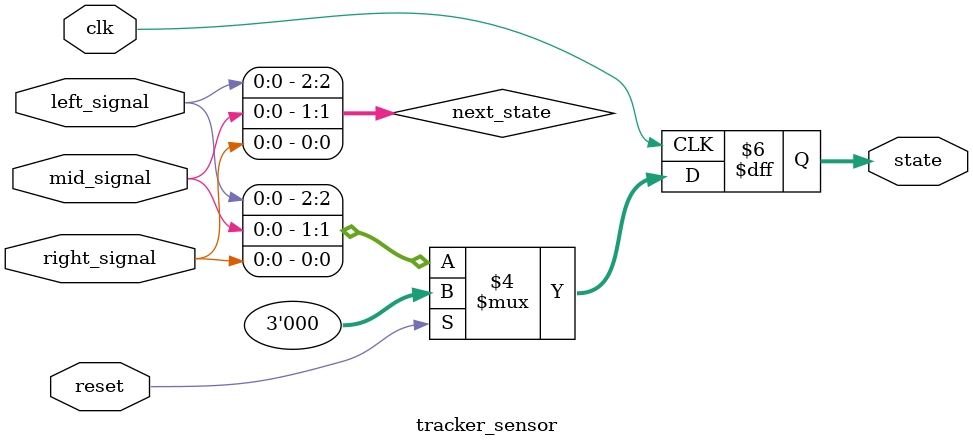
<source format=v>
`timescale 1ns/1ps
module tracker_sensor(clk, reset, left_signal, right_signal, mid_signal, state);
    input clk;
    input reset;
    input left_signal, right_signal, mid_signal;
    output reg [2:0] state;

    reg [2:0] next_state;
    parameter [2:0] STOP = 3'b000, TR = 3'b001, STR = 3'b010, TR_min = 3'b011, TL = 3'b100, STR_fail=3'b101,TL_min=3'b110, STRR = 3'b111;

    // [TO-DO] Receive three signals and make your own policy.
    // Hint: You can use output state to change your action.
    always@(posedge clk)begin
        if(reset)begin
            state <= STOP;
        end
        else begin
            state <= next_state;
        end
    end
    always@(*)begin
       next_state = {left_signal, mid_signal, right_signal};
    end

endmodule

</source>
